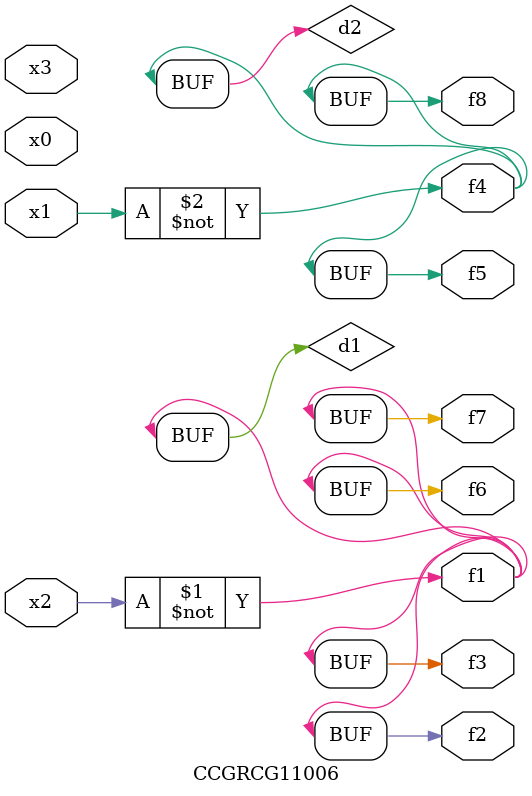
<source format=v>
module CCGRCG11006(
	input x0, x1, x2, x3,
	output f1, f2, f3, f4, f5, f6, f7, f8
);

	wire d1, d2;

	xnor (d1, x2);
	not (d2, x1);
	assign f1 = d1;
	assign f2 = d1;
	assign f3 = d1;
	assign f4 = d2;
	assign f5 = d2;
	assign f6 = d1;
	assign f7 = d1;
	assign f8 = d2;
endmodule

</source>
